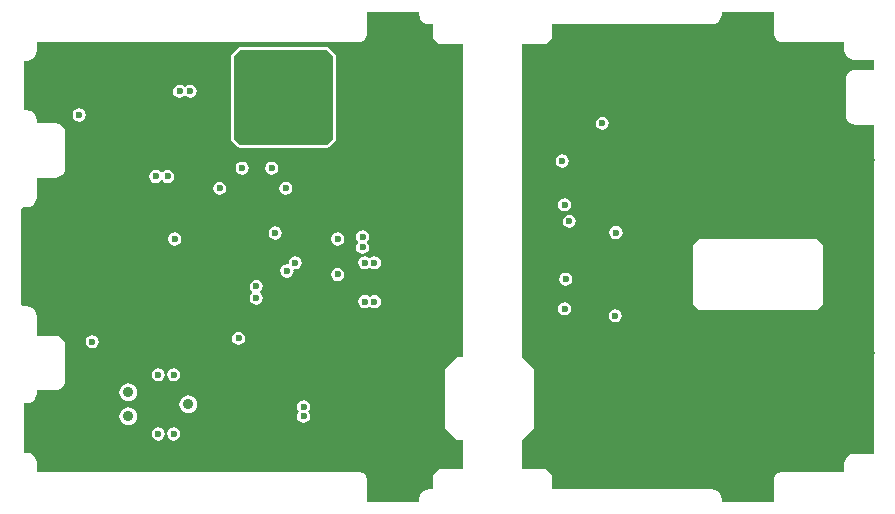
<source format=gbl>
G04 Layer_Physical_Order=4*
G04 Layer_Color=16711680*
%FSLAX44Y44*%
%MOMM*%
G71*
G01*
G75*
G04:AMPARAMS|DCode=44|XSize=1.9mm|YSize=1.05mm|CornerRadius=0.2625mm|HoleSize=0mm|Usage=FLASHONLY|Rotation=0.000|XOffset=0mm|YOffset=0mm|HoleType=Round|Shape=RoundedRectangle|*
%AMROUNDEDRECTD44*
21,1,1.9000,0.5250,0,0,0.0*
21,1,1.3750,1.0500,0,0,0.0*
1,1,0.5250,0.6875,-0.2625*
1,1,0.5250,-0.6875,-0.2625*
1,1,0.5250,-0.6875,0.2625*
1,1,0.5250,0.6875,0.2625*
%
%ADD44ROUNDEDRECTD44*%
%ADD45C,3.5000*%
%ADD46C,0.9000*%
%ADD47C,0.6000*%
G36*
X337941Y205000D02*
X337931D01*
X338206Y202912D01*
X339012Y200965D01*
X340294Y199294D01*
X341965Y198012D01*
X343912Y197206D01*
X346000Y196931D01*
Y196941D01*
X350000D01*
Y185000D01*
X355000Y180000D01*
X375000D01*
Y-85000D01*
X370000D01*
X360000Y-95000D01*
Y-145000D01*
X370000Y-155000D01*
X375000D01*
Y-180000D01*
X355000D01*
X350000Y-185000D01*
X350000Y-196941D01*
X346000D01*
Y-196931D01*
X343912Y-197206D01*
X341965Y-198012D01*
X340294Y-199294D01*
X339012Y-200965D01*
X338206Y-202912D01*
X337931Y-205000D01*
X337941D01*
Y-207441D01*
X294059D01*
Y-190000D01*
X294069D01*
X293794Y-187912D01*
X292988Y-185965D01*
X291706Y-184294D01*
X290035Y-183012D01*
X288088Y-182206D01*
X286000Y-181931D01*
Y-181941D01*
X286000Y-181941D01*
X14059D01*
Y-174000D01*
X14059Y-174000D01*
X14069D01*
X13794Y-171912D01*
X12988Y-169965D01*
X11706Y-168294D01*
X10035Y-167012D01*
X8088Y-166206D01*
X6000Y-165931D01*
Y-165941D01*
X6000Y-165941D01*
X3059D01*
Y-124059D01*
X6000D01*
Y-124069D01*
X8088Y-123794D01*
X10035Y-122988D01*
X11706Y-121706D01*
X12988Y-120035D01*
X13794Y-118088D01*
X14069Y-116000D01*
X14059D01*
Y-113059D01*
X30000D01*
Y-113069D01*
X32088Y-112794D01*
X34035Y-111988D01*
X35706Y-110706D01*
X36988Y-109035D01*
X37794Y-107088D01*
X38069Y-105000D01*
X38059D01*
Y-90000D01*
Y-75000D01*
X38069D01*
X37794Y-72912D01*
X36988Y-70965D01*
X35706Y-69294D01*
X34035Y-68012D01*
X32088Y-67206D01*
X30000Y-66931D01*
Y-66941D01*
X14059D01*
Y-50000D01*
X14069D01*
X13794Y-47912D01*
X12988Y-45965D01*
X11706Y-44294D01*
X10035Y-43012D01*
X8088Y-42206D01*
X6000Y-41931D01*
Y-41941D01*
X3000D01*
Y-41910D01*
X2269Y-41764D01*
X1650Y-41350D01*
X1236Y-40731D01*
X1090Y-40000D01*
X1059D01*
Y40000D01*
X1090D01*
X1236Y40731D01*
X1650Y41350D01*
X2269Y41764D01*
X3000Y41910D01*
Y41941D01*
X6000D01*
Y41931D01*
X8088Y42206D01*
X10035Y43012D01*
X11706Y44294D01*
X12988Y45965D01*
X13794Y47912D01*
X14069Y50000D01*
X14059D01*
Y66941D01*
X30000D01*
Y66931D01*
X32088Y67206D01*
X34035Y68012D01*
X35706Y69294D01*
X36988Y70965D01*
X37794Y72912D01*
X38069Y75000D01*
X38059D01*
Y90000D01*
Y105000D01*
X38069D01*
X37794Y107088D01*
X36988Y109035D01*
X35706Y110706D01*
X34035Y111988D01*
X32088Y112794D01*
X30000Y113069D01*
Y113059D01*
X14059D01*
Y116000D01*
X14069D01*
X13794Y118088D01*
X12988Y120035D01*
X11706Y121706D01*
X10035Y122988D01*
X8088Y123794D01*
X6000Y124069D01*
Y124059D01*
X6000Y124059D01*
X3059D01*
Y165941D01*
X6000D01*
X6000Y165941D01*
Y165931D01*
X8088Y166206D01*
X10035Y167012D01*
X11706Y168294D01*
X12988Y169965D01*
X13794Y171912D01*
X14069Y174000D01*
X14059D01*
X14059Y174000D01*
Y181941D01*
X286000D01*
Y181931D01*
X288088Y182206D01*
X290035Y183012D01*
X291706Y184294D01*
X292988Y185965D01*
X293794Y187912D01*
X294069Y190000D01*
X294059D01*
Y207441D01*
X337941D01*
Y205000D01*
D02*
G37*
G36*
X637941Y190000D02*
X637931D01*
X638206Y187912D01*
X639012Y185965D01*
X640294Y184294D01*
X641965Y183012D01*
X643912Y182206D01*
X646000Y181931D01*
Y181941D01*
X697941D01*
Y175000D01*
X697931D01*
X698206Y172912D01*
X699012Y170965D01*
X700294Y169294D01*
X701965Y168012D01*
X703912Y167206D01*
X706000Y166931D01*
Y166941D01*
X722941D01*
Y158059D01*
X707000D01*
Y158069D01*
X704912Y157794D01*
X702965Y156988D01*
X701294Y155706D01*
X700012Y154035D01*
X699206Y152088D01*
X698931Y150000D01*
X698941D01*
Y135000D01*
Y120000D01*
X698931D01*
X699206Y117912D01*
X700012Y115965D01*
X701294Y114294D01*
X702965Y113012D01*
X704912Y112206D01*
X707000Y111931D01*
Y111941D01*
X722941D01*
Y-166941D01*
X706000D01*
X706000Y-166941D01*
Y-166931D01*
X703912Y-167206D01*
X701965Y-168012D01*
X700294Y-169294D01*
X699012Y-170965D01*
X698206Y-172912D01*
X697931Y-175000D01*
X697941D01*
Y-181941D01*
X646000D01*
X646000Y-181941D01*
Y-181931D01*
X643912Y-182206D01*
X641965Y-183012D01*
X640294Y-184294D01*
X639012Y-185965D01*
X638206Y-187912D01*
X637931Y-190000D01*
X637941D01*
Y-207441D01*
X594059D01*
Y-205000D01*
X594059Y-205000D01*
X594069D01*
X593794Y-202912D01*
X592988Y-200965D01*
X591706Y-199294D01*
X590034Y-198012D01*
X588088Y-197206D01*
X586000Y-196931D01*
Y-196941D01*
X450000D01*
Y-185000D01*
X445000Y-180000D01*
X425000D01*
Y-155000D01*
X435000Y-145000D01*
Y-120000D01*
Y-95000D01*
X425000Y-85000D01*
Y180000D01*
X445000D01*
X450000Y185000D01*
Y196941D01*
X586000D01*
Y196931D01*
X588088Y197206D01*
X590034Y198012D01*
X591706Y199294D01*
X592988Y200965D01*
X593794Y202912D01*
X594069Y205000D01*
X594059D01*
X594059Y205000D01*
Y207441D01*
X637941D01*
Y190000D01*
D02*
G37*
%LPC*%
G36*
X185000Y-63392D02*
X182854Y-63819D01*
X181035Y-65035D01*
X179819Y-66854D01*
X179392Y-69000D01*
X179819Y-71146D01*
X181035Y-72965D01*
X182854Y-74181D01*
X185000Y-74608D01*
X187146Y-74181D01*
X188965Y-72965D01*
X190181Y-71146D01*
X190608Y-69000D01*
X190181Y-66854D01*
X188965Y-65035D01*
X187146Y-63819D01*
X185000Y-63392D01*
D02*
G37*
G36*
X200000Y-19392D02*
X197854Y-19819D01*
X196035Y-21035D01*
X194819Y-22854D01*
X194392Y-25000D01*
X194819Y-27146D01*
X196035Y-28965D01*
X196633Y-29365D01*
Y-30635D01*
X196035Y-31035D01*
X194819Y-32854D01*
X194392Y-35000D01*
X194819Y-37146D01*
X196035Y-38965D01*
X197854Y-40181D01*
X200000Y-40608D01*
X202146Y-40181D01*
X203965Y-38965D01*
X205181Y-37146D01*
X205608Y-35000D01*
X205181Y-32854D01*
X203965Y-31035D01*
X203367Y-30635D01*
Y-29365D01*
X203965Y-28965D01*
X205181Y-27146D01*
X205608Y-25000D01*
X205181Y-22854D01*
X203965Y-21035D01*
X202146Y-19819D01*
X200000Y-19392D01*
D02*
G37*
G36*
X269000Y-9392D02*
X266854Y-9819D01*
X265035Y-11035D01*
X263819Y-12854D01*
X263392Y-15000D01*
X263819Y-17146D01*
X265035Y-18965D01*
X266854Y-20181D01*
X269000Y-20608D01*
X271146Y-20181D01*
X272965Y-18965D01*
X274181Y-17146D01*
X274608Y-15000D01*
X274181Y-12854D01*
X272965Y-11035D01*
X271146Y-9819D01*
X269000Y-9392D01*
D02*
G37*
G36*
X233000Y608D02*
X230854Y181D01*
X229035Y-1035D01*
X227819Y-2854D01*
X227392Y-5000D01*
X227515Y-5617D01*
X226617Y-6515D01*
X226000Y-6392D01*
X223854Y-6819D01*
X222035Y-8035D01*
X220819Y-9854D01*
X220392Y-12000D01*
X220819Y-14146D01*
X222035Y-15965D01*
X223854Y-17181D01*
X226000Y-17608D01*
X228146Y-17181D01*
X229965Y-15965D01*
X231181Y-14146D01*
X231608Y-12000D01*
X231485Y-11383D01*
X232383Y-10485D01*
X233000Y-10608D01*
X235146Y-10181D01*
X236965Y-8965D01*
X238181Y-7146D01*
X238608Y-5000D01*
X238181Y-2854D01*
X236965Y-1035D01*
X235146Y181D01*
X233000Y608D01*
D02*
G37*
G36*
X300000Y-32392D02*
X297854Y-32819D01*
X296035Y-34035D01*
X295965D01*
X294146Y-32819D01*
X292000Y-32392D01*
X289854Y-32819D01*
X288035Y-34035D01*
X286819Y-35854D01*
X286392Y-38000D01*
X286819Y-40146D01*
X288035Y-41965D01*
X289854Y-43181D01*
X292000Y-43608D01*
X294146Y-43181D01*
X295965Y-41965D01*
X296035D01*
X297854Y-43181D01*
X300000Y-43608D01*
X302146Y-43181D01*
X303965Y-41965D01*
X305181Y-40146D01*
X305608Y-38000D01*
X305181Y-35854D01*
X303965Y-34035D01*
X302146Y-32819D01*
X300000Y-32392D01*
D02*
G37*
G36*
X91600Y-127620D02*
X89649Y-127877D01*
X87830Y-128631D01*
X86269Y-129829D01*
X85071Y-131390D01*
X84317Y-133209D01*
X84060Y-135160D01*
X84317Y-137111D01*
X85071Y-138930D01*
X86269Y-140491D01*
X87830Y-141689D01*
X89649Y-142443D01*
X91600Y-142699D01*
X93551Y-142443D01*
X95370Y-141689D01*
X96931Y-140491D01*
X98129Y-138930D01*
X98883Y-137111D01*
X99139Y-135160D01*
X98883Y-133209D01*
X98129Y-131390D01*
X96931Y-129829D01*
X95370Y-128631D01*
X93551Y-127877D01*
X91600Y-127620D01*
D02*
G37*
G36*
X240000Y-121392D02*
X237854Y-121819D01*
X236035Y-123035D01*
X234819Y-124854D01*
X234392Y-127000D01*
X234819Y-129146D01*
X235361Y-129957D01*
X236013Y-131000D01*
X235361Y-132043D01*
X234819Y-132854D01*
X234392Y-135000D01*
X234819Y-137146D01*
X236035Y-138965D01*
X237854Y-140181D01*
X240000Y-140608D01*
X242146Y-140181D01*
X243965Y-138965D01*
X245181Y-137146D01*
X245608Y-135000D01*
X245181Y-132854D01*
X244639Y-132043D01*
X243987Y-131000D01*
X244639Y-129957D01*
X245181Y-129146D01*
X245608Y-127000D01*
X245181Y-124854D01*
X243965Y-123035D01*
X242146Y-121819D01*
X240000Y-121392D01*
D02*
G37*
G36*
X117000Y-144392D02*
X114854Y-144819D01*
X113035Y-146035D01*
X111819Y-147854D01*
X111392Y-150000D01*
X111819Y-152146D01*
X113035Y-153965D01*
X114854Y-155181D01*
X117000Y-155608D01*
X119146Y-155181D01*
X120965Y-153965D01*
X122181Y-152146D01*
X122608Y-150000D01*
X122181Y-147854D01*
X120965Y-146035D01*
X119146Y-144819D01*
X117000Y-144392D01*
D02*
G37*
G36*
X130000D02*
X127854Y-144819D01*
X126035Y-146035D01*
X124819Y-147854D01*
X124392Y-150000D01*
X124819Y-152146D01*
X126035Y-153965D01*
X127854Y-155181D01*
X130000Y-155608D01*
X132146Y-155181D01*
X133965Y-153965D01*
X135181Y-152146D01*
X135608Y-150000D01*
X135181Y-147854D01*
X133965Y-146035D01*
X132146Y-144819D01*
X130000Y-144392D01*
D02*
G37*
G36*
X142400Y-117460D02*
X140449Y-117717D01*
X138630Y-118471D01*
X137069Y-119669D01*
X135871Y-121230D01*
X135117Y-123049D01*
X134860Y-125000D01*
X135117Y-126951D01*
X135871Y-128770D01*
X137069Y-130331D01*
X138630Y-131529D01*
X140449Y-132283D01*
X142400Y-132540D01*
X144351Y-132283D01*
X146170Y-131529D01*
X147731Y-130331D01*
X148929Y-128770D01*
X149683Y-126951D01*
X149939Y-125000D01*
X149683Y-123049D01*
X148929Y-121230D01*
X147731Y-119669D01*
X146170Y-118471D01*
X144351Y-117717D01*
X142400Y-117460D01*
D02*
G37*
G36*
X130000Y-94232D02*
X127854Y-94659D01*
X126035Y-95875D01*
X124819Y-97694D01*
X124392Y-99840D01*
X124819Y-101986D01*
X126035Y-103805D01*
X127854Y-105021D01*
X130000Y-105448D01*
X132146Y-105021D01*
X133965Y-103805D01*
X135181Y-101986D01*
X135608Y-99840D01*
X135181Y-97694D01*
X133965Y-95875D01*
X132146Y-94659D01*
X130000Y-94232D01*
D02*
G37*
G36*
X61000Y-66392D02*
X58854Y-66819D01*
X57035Y-68035D01*
X55819Y-69854D01*
X55392Y-72000D01*
X55819Y-74146D01*
X57035Y-75965D01*
X58854Y-77181D01*
X61000Y-77608D01*
X63146Y-77181D01*
X64965Y-75965D01*
X66181Y-74146D01*
X66608Y-72000D01*
X66181Y-69854D01*
X64965Y-68035D01*
X63146Y-66819D01*
X61000Y-66392D01*
D02*
G37*
G36*
X91600Y-107301D02*
X89649Y-107557D01*
X87830Y-108311D01*
X86269Y-109509D01*
X85071Y-111070D01*
X84317Y-112889D01*
X84060Y-114840D01*
X84317Y-116791D01*
X85071Y-118610D01*
X86269Y-120171D01*
X87830Y-121369D01*
X89649Y-122123D01*
X91600Y-122380D01*
X93551Y-122123D01*
X95370Y-121369D01*
X96931Y-120171D01*
X98129Y-118610D01*
X98883Y-116791D01*
X99139Y-114840D01*
X98883Y-112889D01*
X98129Y-111070D01*
X96931Y-109509D01*
X95370Y-108311D01*
X93551Y-107557D01*
X91600Y-107301D01*
D02*
G37*
G36*
X117000Y-94392D02*
X114854Y-94819D01*
X113035Y-96035D01*
X111819Y-97854D01*
X111392Y-100000D01*
X111819Y-102146D01*
X113035Y-103965D01*
X114854Y-105181D01*
X117000Y-105608D01*
X119146Y-105181D01*
X120965Y-103965D01*
X122181Y-102146D01*
X122608Y-100000D01*
X122181Y-97854D01*
X120965Y-96035D01*
X119146Y-94819D01*
X117000Y-94392D01*
D02*
G37*
G36*
X300000Y608D02*
X297854Y181D01*
X296035Y-1035D01*
X295965D01*
X294146Y181D01*
X292000Y608D01*
X289854Y181D01*
X288035Y-1035D01*
X286819Y-2854D01*
X286392Y-5000D01*
X286819Y-7146D01*
X288035Y-8965D01*
X289854Y-10181D01*
X292000Y-10608D01*
X294146Y-10181D01*
X295965Y-8965D01*
X296035D01*
X297854Y-10181D01*
X300000Y-10608D01*
X302146Y-10181D01*
X303965Y-8965D01*
X305181Y-7146D01*
X305608Y-5000D01*
X305181Y-2854D01*
X303965Y-1035D01*
X302146Y181D01*
X300000Y608D01*
D02*
G37*
G36*
X125000Y73608D02*
X122854Y73181D01*
X121035Y71965D01*
X120635Y71367D01*
X119365D01*
X118965Y71965D01*
X117146Y73181D01*
X115000Y73608D01*
X112854Y73181D01*
X111035Y71965D01*
X109819Y70146D01*
X109392Y68000D01*
X109819Y65854D01*
X111035Y64035D01*
X112854Y62819D01*
X115000Y62392D01*
X117146Y62819D01*
X118965Y64035D01*
X119365Y64633D01*
X120635D01*
X121035Y64035D01*
X122854Y62819D01*
X125000Y62392D01*
X127146Y62819D01*
X128965Y64035D01*
X130181Y65854D01*
X130608Y68000D01*
X130181Y70146D01*
X128965Y71965D01*
X127146Y73181D01*
X125000Y73608D01*
D02*
G37*
G36*
X188000Y80608D02*
X185854Y80181D01*
X184035Y78965D01*
X182819Y77146D01*
X182392Y75000D01*
X182819Y72854D01*
X184035Y71035D01*
X185854Y69819D01*
X188000Y69392D01*
X190146Y69819D01*
X191965Y71035D01*
X193181Y72854D01*
X193608Y75000D01*
X193181Y77146D01*
X191965Y78965D01*
X190146Y80181D01*
X188000Y80608D01*
D02*
G37*
G36*
X213000D02*
X210854Y80181D01*
X209035Y78965D01*
X207819Y77146D01*
X207392Y75000D01*
X207819Y72854D01*
X209035Y71035D01*
X210854Y69819D01*
X213000Y69392D01*
X215146Y69819D01*
X216965Y71035D01*
X218181Y72854D01*
X218608Y75000D01*
X218181Y77146D01*
X216965Y78965D01*
X215146Y80181D01*
X213000Y80608D01*
D02*
G37*
G36*
X50000Y125608D02*
X47854Y125181D01*
X46035Y123965D01*
X44819Y122146D01*
X44392Y120000D01*
X44819Y117854D01*
X46035Y116035D01*
X47854Y114819D01*
X50000Y114392D01*
X52146Y114819D01*
X53965Y116035D01*
X55181Y117854D01*
X55608Y120000D01*
X55181Y122146D01*
X53965Y123965D01*
X52146Y125181D01*
X50000Y125608D01*
D02*
G37*
G36*
X144000Y145608D02*
X141854Y145181D01*
X140351Y144177D01*
X139500Y144047D01*
X138649Y144177D01*
X137146Y145181D01*
X135000Y145608D01*
X132854Y145181D01*
X131035Y143965D01*
X129819Y142146D01*
X129392Y140000D01*
X129819Y137854D01*
X131035Y136035D01*
X132854Y134819D01*
X135000Y134392D01*
X137146Y134819D01*
X138649Y135823D01*
X139500Y135953D01*
X140351Y135823D01*
X141854Y134819D01*
X144000Y134392D01*
X146146Y134819D01*
X147965Y136035D01*
X149181Y137854D01*
X149608Y140000D01*
X149181Y142146D01*
X147965Y143965D01*
X146146Y145181D01*
X144000Y145608D01*
D02*
G37*
G36*
X260000Y177549D02*
X186000Y177549D01*
X185024Y177355D01*
X184198Y176802D01*
X179197Y171802D01*
X178645Y170975D01*
X178451Y170000D01*
X178451Y100000D01*
X178645Y99024D01*
X179198Y98197D01*
X184198Y93197D01*
X185024Y92645D01*
X186000Y92451D01*
X260000Y92451D01*
X260975Y92645D01*
X261802Y93198D01*
X266802Y98198D01*
X267355Y99024D01*
X267549Y100000D01*
Y170000D01*
X267355Y170975D01*
X266802Y171802D01*
X261802Y176802D01*
X260975Y177355D01*
X260000Y177549D01*
D02*
G37*
G36*
X225000Y63608D02*
X222854Y63181D01*
X221035Y61965D01*
X219819Y60146D01*
X219392Y58000D01*
X219819Y55854D01*
X221035Y54035D01*
X222854Y52819D01*
X225000Y52392D01*
X227146Y52819D01*
X228965Y54035D01*
X230181Y55854D01*
X230608Y58000D01*
X230181Y60146D01*
X228965Y61965D01*
X227146Y63181D01*
X225000Y63608D01*
D02*
G37*
G36*
X269000Y20608D02*
X266854Y20181D01*
X265035Y18965D01*
X263819Y17146D01*
X263392Y15000D01*
X263819Y12854D01*
X265035Y11035D01*
X266854Y9819D01*
X269000Y9392D01*
X271146Y9819D01*
X272965Y11035D01*
X274181Y12854D01*
X274608Y15000D01*
X274181Y17146D01*
X272965Y18965D01*
X271146Y20181D01*
X269000Y20608D01*
D02*
G37*
G36*
X216000Y25608D02*
X213854Y25181D01*
X212035Y23965D01*
X210819Y22146D01*
X210392Y20000D01*
X210819Y17854D01*
X212035Y16035D01*
X213854Y14819D01*
X216000Y14392D01*
X218146Y14819D01*
X219965Y16035D01*
X221181Y17854D01*
X221608Y20000D01*
X221181Y22146D01*
X219965Y23965D01*
X218146Y25181D01*
X216000Y25608D01*
D02*
G37*
G36*
X290000Y22608D02*
X287854Y22181D01*
X286035Y20965D01*
X284819Y19146D01*
X284392Y17000D01*
X284819Y14854D01*
X286035Y13035D01*
Y11965D01*
X284819Y10146D01*
X284392Y8000D01*
X284819Y5854D01*
X286035Y4035D01*
X287854Y2819D01*
X290000Y2392D01*
X292146Y2819D01*
X293965Y4035D01*
X295181Y5854D01*
X295608Y8000D01*
X295181Y10146D01*
X293965Y11965D01*
Y13035D01*
X295181Y14854D01*
X295608Y17000D01*
X295181Y19146D01*
X293965Y20965D01*
X292146Y22181D01*
X290000Y22608D01*
D02*
G37*
G36*
X131000Y20608D02*
X128854Y20181D01*
X127035Y18965D01*
X125819Y17146D01*
X125392Y15000D01*
X125819Y12854D01*
X127035Y11035D01*
X128854Y9819D01*
X131000Y9392D01*
X133146Y9819D01*
X134965Y11035D01*
X136181Y12854D01*
X136608Y15000D01*
X136181Y17146D01*
X134965Y18965D01*
X133146Y20181D01*
X131000Y20608D01*
D02*
G37*
G36*
X169000Y63608D02*
X166854Y63181D01*
X165035Y61965D01*
X163819Y60146D01*
X163392Y58000D01*
X163819Y55854D01*
X165035Y54035D01*
X166854Y52819D01*
X169000Y52392D01*
X171146Y52819D01*
X172965Y54035D01*
X174181Y55854D01*
X174608Y58000D01*
X174181Y60146D01*
X172965Y61965D01*
X171146Y63181D01*
X169000Y63608D01*
D02*
G37*
%LPD*%
G36*
X265000Y170000D02*
Y100000D01*
X260000Y95000D01*
X186000Y95000D01*
X181000Y100000D01*
X181000Y170000D01*
X186000Y175000D01*
X260000Y175000D01*
X265000Y170000D01*
D02*
G37*
%LPC*%
G36*
X461000Y-38392D02*
X458854Y-38819D01*
X457035Y-40035D01*
X455819Y-41854D01*
X455392Y-44000D01*
X455819Y-46146D01*
X457035Y-47965D01*
X458854Y-49181D01*
X461000Y-49608D01*
X463146Y-49181D01*
X464965Y-47965D01*
X466181Y-46146D01*
X466608Y-44000D01*
X466181Y-41854D01*
X464965Y-40035D01*
X463146Y-38819D01*
X461000Y-38392D01*
D02*
G37*
G36*
X575000Y15000D02*
X570000Y10000D01*
Y-40000D01*
X575000Y-45000D01*
X614000Y-45000D01*
X675000Y-45000D01*
X680000Y-40000D01*
Y10000D01*
X675000Y15000D01*
X575000Y15000D01*
D02*
G37*
G36*
X504000Y-44392D02*
X501854Y-44819D01*
X500035Y-46035D01*
X498819Y-47854D01*
X498392Y-50000D01*
X498819Y-52146D01*
X500035Y-53965D01*
X501854Y-55181D01*
X504000Y-55608D01*
X506146Y-55181D01*
X507965Y-53965D01*
X509181Y-52146D01*
X509608Y-50000D01*
X509181Y-47854D01*
X507965Y-46035D01*
X506146Y-44819D01*
X504000Y-44392D01*
D02*
G37*
G36*
X462000Y-13392D02*
X459854Y-13819D01*
X458035Y-15035D01*
X456819Y-16854D01*
X456392Y-19000D01*
X456819Y-21146D01*
X458035Y-22965D01*
X459854Y-24181D01*
X462000Y-24608D01*
X464146Y-24181D01*
X465965Y-22965D01*
X467181Y-21146D01*
X467608Y-19000D01*
X467181Y-16854D01*
X465965Y-15035D01*
X464146Y-13819D01*
X462000Y-13392D01*
D02*
G37*
G36*
X459000Y86608D02*
X456854Y86181D01*
X455035Y84965D01*
X453819Y83146D01*
X453392Y81000D01*
X453819Y78854D01*
X455035Y77035D01*
X456854Y75819D01*
X459000Y75392D01*
X461146Y75819D01*
X462965Y77035D01*
X464181Y78854D01*
X464608Y81000D01*
X464181Y83146D01*
X462965Y84965D01*
X461146Y86181D01*
X459000Y86608D01*
D02*
G37*
G36*
X493000Y118608D02*
X490854Y118181D01*
X489035Y116965D01*
X487819Y115146D01*
X487392Y113000D01*
X487819Y110854D01*
X489035Y109035D01*
X490854Y107819D01*
X493000Y107392D01*
X495146Y107819D01*
X496965Y109035D01*
X498181Y110854D01*
X498608Y113000D01*
X498181Y115146D01*
X496965Y116965D01*
X495146Y118181D01*
X493000Y118608D01*
D02*
G37*
G36*
X461000Y49608D02*
X458854Y49181D01*
X457035Y47965D01*
X455819Y46146D01*
X455392Y44000D01*
X455819Y41854D01*
X457035Y40035D01*
X458854Y38819D01*
X461000Y38392D01*
X463146Y38819D01*
X464965Y40035D01*
X466181Y41854D01*
X466608Y44000D01*
X466181Y46146D01*
X464965Y47965D01*
X463146Y49181D01*
X461000Y49608D01*
D02*
G37*
G36*
X465000Y35608D02*
X462854Y35181D01*
X461035Y33965D01*
X459819Y32146D01*
X459392Y30000D01*
X459819Y27854D01*
X461035Y26035D01*
X462854Y24819D01*
X465000Y24392D01*
X467146Y24819D01*
X468965Y26035D01*
X470181Y27854D01*
X470608Y30000D01*
X470181Y32146D01*
X468965Y33965D01*
X467146Y35181D01*
X465000Y35608D01*
D02*
G37*
G36*
X504500Y26108D02*
X502354Y25681D01*
X500535Y24465D01*
X499319Y22646D01*
X498892Y20500D01*
X499319Y18354D01*
X500535Y16535D01*
X502354Y15319D01*
X504500Y14892D01*
X506646Y15319D01*
X508465Y16535D01*
X509681Y18354D01*
X510108Y20500D01*
X509681Y22646D01*
X508465Y24465D01*
X506646Y25681D01*
X504500Y26108D01*
D02*
G37*
%LPD*%
D44*
X12500Y-35750D02*
D03*
Y35750D02*
D03*
D45*
X705700Y-81500D02*
D03*
Y81500D02*
D03*
D46*
X91600Y-114840D02*
D03*
Y-135160D02*
D03*
X142400Y-125000D02*
D03*
D47*
X225000Y58000D02*
D03*
X213000Y75000D02*
D03*
X557000Y-162000D02*
D03*
Y-189000D02*
D03*
X582000Y-59000D02*
D03*
X557000D02*
D03*
X88000Y33000D02*
D03*
Y53000D02*
D03*
X65000Y-54000D02*
D03*
Y-43000D02*
D03*
X92000Y8000D02*
D03*
X67000Y14000D02*
D03*
Y-7000D02*
D03*
X118000Y-18000D02*
D03*
X97000Y-38000D02*
D03*
X92000Y-12000D02*
D03*
X138000Y-30000D02*
D03*
X110000Y-57000D02*
D03*
X137000D02*
D03*
X124000Y-44000D02*
D03*
X240000Y-135000D02*
D03*
Y-127000D02*
D03*
X320000Y24000D02*
D03*
X337000Y57000D02*
D03*
Y32000D02*
D03*
X166000Y-63000D02*
D03*
X233000Y-5000D02*
D03*
X226000Y-12000D02*
D03*
X290000Y8000D02*
D03*
Y17000D02*
D03*
X188000Y75000D02*
D03*
X269000Y15000D02*
D03*
X188000Y64000D02*
D03*
X278000Y83000D02*
D03*
X262000Y33000D02*
D03*
Y89000D02*
D03*
X282000Y34000D02*
D03*
X185000Y-69000D02*
D03*
X131000Y15000D02*
D03*
X169000Y58000D02*
D03*
X251000Y-33000D02*
D03*
X269000Y-15000D02*
D03*
X300000Y-56000D02*
D03*
X320000D02*
D03*
X300000Y-22000D02*
D03*
X320000D02*
D03*
X300000Y-38000D02*
D03*
X292000D02*
D03*
X300000Y-5000D02*
D03*
X292000D02*
D03*
X493000Y113000D02*
D03*
X462000Y-19000D02*
D03*
X504000Y-50000D02*
D03*
X504500Y20500D02*
D03*
X493000Y-28000D02*
D03*
X485000Y25000D02*
D03*
X505000Y70000D02*
D03*
X486000Y92000D02*
D03*
X440000Y-90000D02*
D03*
X435000Y-60000D02*
D03*
Y-40000D02*
D03*
Y-20000D02*
D03*
X435000Y0D02*
D03*
X435000Y20000D02*
D03*
Y40000D02*
D03*
Y60000D02*
D03*
Y80000D02*
D03*
Y100000D02*
D03*
Y120000D02*
D03*
Y140000D02*
D03*
Y160000D02*
D03*
Y175000D02*
D03*
X445000Y-160000D02*
D03*
X440000Y-175000D02*
D03*
X360000D02*
D03*
Y-160000D02*
D03*
X365000Y175000D02*
D03*
Y160000D02*
D03*
Y140000D02*
D03*
Y120000D02*
D03*
Y100000D02*
D03*
Y80000D02*
D03*
Y60000D02*
D03*
Y40000D02*
D03*
Y20000D02*
D03*
X365000Y0D02*
D03*
X365000Y-20000D02*
D03*
Y-40000D02*
D03*
Y-60000D02*
D03*
X355000Y-90000D02*
D03*
X462000Y6000D02*
D03*
X470000Y-69000D02*
D03*
X486000D02*
D03*
X532000Y-59000D02*
D03*
Y-42000D02*
D03*
X550000Y-15000D02*
D03*
X532000Y12000D02*
D03*
Y29000D02*
D03*
X486000Y70000D02*
D03*
X465000Y30000D02*
D03*
X461000Y44000D02*
D03*
X459000Y81000D02*
D03*
X461000Y-44000D02*
D03*
X260000Y140000D02*
D03*
X251000D02*
D03*
X135000D02*
D03*
X144000D02*
D03*
X61000Y-72000D02*
D03*
X50000Y120000D02*
D03*
X125000Y68000D02*
D03*
X115000D02*
D03*
X43000Y-43000D02*
D03*
Y-54000D02*
D03*
X103000Y-100000D02*
D03*
X117000D02*
D03*
X130000Y-99840D02*
D03*
Y-150000D02*
D03*
X117000D02*
D03*
X175000Y152000D02*
D03*
X165000D02*
D03*
X155000D02*
D03*
X165000Y176000D02*
D03*
X175000Y175750D02*
D03*
X155000Y176000D02*
D03*
X115000Y150000D02*
D03*
Y160000D02*
D03*
Y130000D02*
D03*
Y120000D02*
D03*
X285000D02*
D03*
Y130000D02*
D03*
X285000Y157000D02*
D03*
Y148000D02*
D03*
X200000Y-25000D02*
D03*
X216000Y20000D02*
D03*
X300000Y24000D02*
D03*
X292000Y71000D02*
D03*
X160000Y4000D02*
D03*
X233000Y11000D02*
D03*
X216000Y-29000D02*
D03*
X231000Y-46000D02*
D03*
X200000Y-35000D02*
D03*
X147000Y-69000D02*
D03*
X155000Y-35000D02*
D03*
X90000Y100000D02*
D03*
X150000D02*
D03*
X131000Y32000D02*
D03*
X103000Y-150000D02*
D03*
X20000Y177000D02*
D03*
X270000D02*
D03*
X295000Y181000D02*
D03*
X300000Y204000D02*
D03*
X333000D02*
D03*
Y-204000D02*
D03*
X300000D02*
D03*
X295000Y-181000D02*
D03*
X270000Y-177000D02*
D03*
X125000D02*
D03*
X90000D02*
D03*
X55000D02*
D03*
X20000D02*
D03*
X160000D02*
D03*
X55000Y177000D02*
D03*
X195000Y-177000D02*
D03*
X90000Y177000D02*
D03*
X230000Y-177000D02*
D03*
X125000Y177000D02*
D03*
X455000Y-192000D02*
D03*
X490000D02*
D03*
X525000D02*
D03*
X615000Y-203000D02*
D03*
X655000Y-177000D02*
D03*
X690000D02*
D03*
X717000Y-162000D02*
D03*
Y-125000D02*
D03*
Y162000D02*
D03*
X690000Y177000D02*
D03*
X655000D02*
D03*
X615000Y203000D02*
D03*
X525000Y192000D02*
D03*
X490000D02*
D03*
X455000D02*
D03*
X557000Y189000D02*
D03*
Y162000D02*
D03*
X10000Y130000D02*
D03*
Y160000D02*
D03*
Y-130000D02*
D03*
Y-160000D02*
D03*
X243000Y140000D02*
D03*
Y156000D02*
D03*
Y124000D02*
D03*
Y132000D02*
D03*
Y148000D02*
D03*
X217000Y132000D02*
D03*
Y148000D02*
D03*
Y156000D02*
D03*
Y124000D02*
D03*
Y140000D02*
D03*
M02*

</source>
